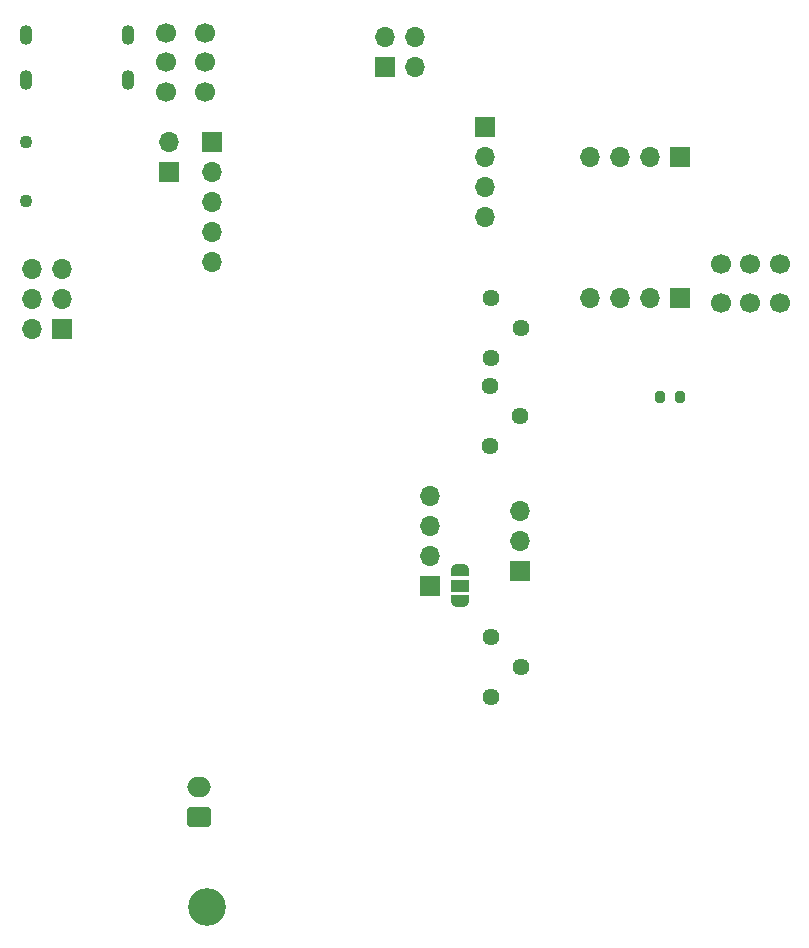
<source format=gbs>
G04 #@! TF.GenerationSoftware,KiCad,Pcbnew,(6.0.10-0)*
G04 #@! TF.CreationDate,2024-01-14T23:05:48+09:00*
G04 #@! TF.ProjectId,AutoFeeder_Drum-type,4175746f-4665-4656-9465-725f4472756d,02*
G04 #@! TF.SameCoordinates,Original*
G04 #@! TF.FileFunction,Soldermask,Bot*
G04 #@! TF.FilePolarity,Negative*
%FSLAX46Y46*%
G04 Gerber Fmt 4.6, Leading zero omitted, Abs format (unit mm)*
G04 Created by KiCad (PCBNEW (6.0.10-0)) date 2024-01-14 23:05:48*
%MOMM*%
%LPD*%
G01*
G04 APERTURE LIST*
G04 Aperture macros list*
%AMRoundRect*
0 Rectangle with rounded corners*
0 $1 Rounding radius*
0 $2 $3 $4 $5 $6 $7 $8 $9 X,Y pos of 4 corners*
0 Add a 4 corners polygon primitive as box body*
4,1,4,$2,$3,$4,$5,$6,$7,$8,$9,$2,$3,0*
0 Add four circle primitives for the rounded corners*
1,1,$1+$1,$2,$3*
1,1,$1+$1,$4,$5*
1,1,$1+$1,$6,$7*
1,1,$1+$1,$8,$9*
0 Add four rect primitives between the rounded corners*
20,1,$1+$1,$2,$3,$4,$5,0*
20,1,$1+$1,$4,$5,$6,$7,0*
20,1,$1+$1,$6,$7,$8,$9,0*
20,1,$1+$1,$8,$9,$2,$3,0*%
%AMFreePoly0*
4,1,22,0.550000,-0.750000,0.000000,-0.750000,0.000000,-0.745033,-0.079941,-0.743568,-0.215256,-0.701293,-0.333266,-0.622738,-0.424486,-0.514219,-0.481581,-0.384460,-0.499164,-0.250000,-0.500000,-0.250000,-0.500000,0.250000,-0.499164,0.250000,-0.499963,0.256109,-0.478152,0.396186,-0.417904,0.524511,-0.324060,0.630769,-0.204165,0.706417,-0.067858,0.745374,0.000000,0.744959,0.000000,0.750000,
0.550000,0.750000,0.550000,-0.750000,0.550000,-0.750000,$1*%
%AMFreePoly1*
4,1,20,0.000000,0.744959,0.073905,0.744508,0.209726,0.703889,0.328688,0.626782,0.421226,0.519385,0.479903,0.390333,0.500000,0.250000,0.500000,-0.250000,0.499851,-0.262216,0.476331,-0.402017,0.414519,-0.529596,0.319384,-0.634700,0.198574,-0.708877,0.061801,-0.746166,0.000000,-0.745033,0.000000,-0.750000,-0.550000,-0.750000,-0.550000,0.750000,0.000000,0.750000,0.000000,0.744959,
0.000000,0.744959,$1*%
G04 Aperture macros list end*
%ADD10R,1.700000X1.700000*%
%ADD11O,1.700000X1.700000*%
%ADD12C,1.440000*%
%ADD13C,1.100000*%
%ADD14C,3.200000*%
%ADD15O,1.100000X1.700000*%
%ADD16RoundRect,0.250000X0.750000X-0.600000X0.750000X0.600000X-0.750000X0.600000X-0.750000X-0.600000X0*%
%ADD17O,2.000000X1.700000*%
%ADD18C,1.700000*%
%ADD19RoundRect,0.200000X0.200000X0.275000X-0.200000X0.275000X-0.200000X-0.275000X0.200000X-0.275000X0*%
%ADD20FreePoly0,90.000000*%
%ADD21R,1.500000X1.000000*%
%ADD22FreePoly1,90.000000*%
G04 APERTURE END LIST*
D10*
X151257000Y-74295000D03*
D11*
X151257000Y-71755000D03*
D12*
X178460000Y-97540000D03*
X181000000Y-95000000D03*
X178460000Y-92460000D03*
D10*
X178000000Y-70500000D03*
D11*
X178000000Y-73040000D03*
X178000000Y-75580000D03*
X178000000Y-78120000D03*
D10*
X142240000Y-87630000D03*
D11*
X139700000Y-87630000D03*
X142240000Y-85090000D03*
X139700000Y-85090000D03*
X142240000Y-82550000D03*
X139700000Y-82550000D03*
D13*
X139150000Y-76795000D03*
X139150000Y-71795000D03*
D10*
X180975000Y-108087000D03*
D11*
X180975000Y-105547000D03*
X180975000Y-103007000D03*
D10*
X194520000Y-84999999D03*
D11*
X191980000Y-84999999D03*
X189440000Y-84999999D03*
X186900000Y-84999999D03*
D10*
X169545000Y-65405000D03*
D11*
X169545000Y-62865000D03*
X172085000Y-65405000D03*
X172085000Y-62865000D03*
D12*
X178500000Y-90040000D03*
X181040000Y-87500000D03*
X178500000Y-84960000D03*
D14*
X154500000Y-136500000D03*
D10*
X154940000Y-71755000D03*
D11*
X154940000Y-74295000D03*
X154940000Y-76835000D03*
X154940000Y-79375000D03*
X154940000Y-81915000D03*
D15*
X139190000Y-66538000D03*
X139190000Y-62738000D03*
X147830000Y-62738000D03*
X147830000Y-66538000D03*
D10*
X173355000Y-109347000D03*
D11*
X173355000Y-106807000D03*
X173355000Y-104267000D03*
X173355000Y-101727000D03*
D12*
X178500000Y-118745000D03*
X181040000Y-116205000D03*
X178500000Y-113665000D03*
D16*
X153780000Y-128905000D03*
D17*
X153780000Y-126405000D03*
D18*
X154300000Y-62500000D03*
X154300000Y-65000000D03*
X154300000Y-67500000D03*
X151000000Y-62500000D03*
X151000000Y-65000000D03*
X151000000Y-67500000D03*
D10*
X194500000Y-73000000D03*
D11*
X191960000Y-73000000D03*
X189420000Y-73000000D03*
X186880000Y-73000000D03*
D18*
X198000000Y-85435120D03*
X200500000Y-85435120D03*
X203000000Y-85435120D03*
X198000000Y-82135120D03*
X200500000Y-82135120D03*
X203000000Y-82135120D03*
D19*
X194500000Y-93345000D03*
X192850000Y-93345000D03*
D20*
X175895000Y-110647000D03*
D21*
X175895000Y-109347000D03*
D22*
X175895000Y-108047000D03*
M02*

</source>
